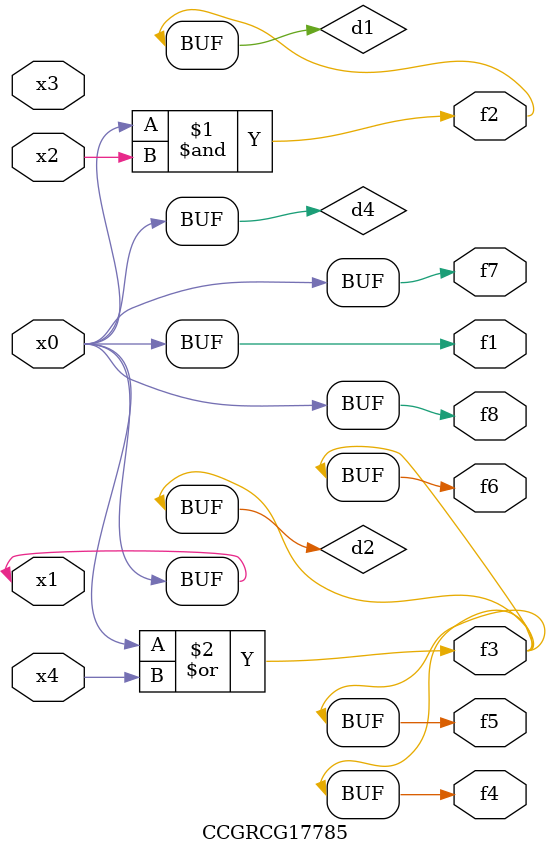
<source format=v>
module CCGRCG17785(
	input x0, x1, x2, x3, x4,
	output f1, f2, f3, f4, f5, f6, f7, f8
);

	wire d1, d2, d3, d4;

	and (d1, x0, x2);
	or (d2, x0, x4);
	nand (d3, x0, x2);
	buf (d4, x0, x1);
	assign f1 = d4;
	assign f2 = d1;
	assign f3 = d2;
	assign f4 = d2;
	assign f5 = d2;
	assign f6 = d2;
	assign f7 = d4;
	assign f8 = d4;
endmodule

</source>
